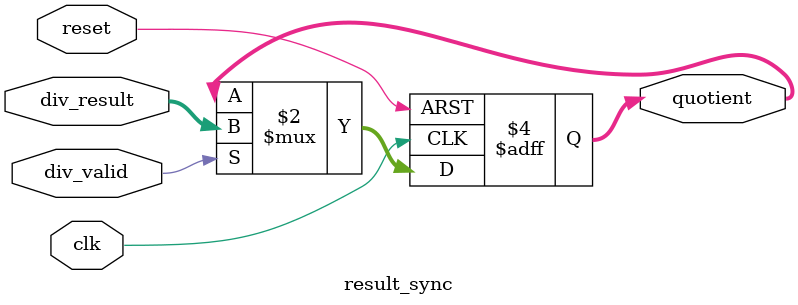
<source format=sv>
module sync_divider_4bit (
    input clk,
    input reset,
    input [3:0] a,
    input [3:0] b,
    output reg [3:0] quotient
);

    wire [3:0] div_result;
    wire div_valid;
    wire b_non_zero;

    // 除法计算子模块
    divider_core u_divider_core (
        .a(a),
        .b(b),
        .b_non_zero(b_non_zero),
        .result(div_result),
        .valid(div_valid)
    );

    // 结果同步子模块
    result_sync u_result_sync (
        .clk(clk),
        .reset(reset),
        .div_result(div_result),
        .div_valid(div_valid),
        .quotient(quotient)
    );

endmodule

module divider_core (
    input [3:0] a,
    input [3:0] b,
    output b_non_zero,
    output reg [3:0] result,
    output reg valid
);
    // 提前计算b是否为0
    assign b_non_zero = |b;

    // 预计算除法结果
    wire [3:0] temp_result = a / b;

    always @(*) begin
        if (b_non_zero) begin
            result = temp_result;
            valid = 1'b1;
        end else begin
            result = 4'b0;
            valid = 1'b0;
        end
    end
endmodule

module result_sync (
    input clk,
    input reset,
    input [3:0] div_result,
    input div_valid,
    output reg [3:0] quotient
);
    always @(posedge clk or posedge reset) begin
        if (reset)
            quotient <= 4'b0;
        else if (div_valid)
            quotient <= div_result;
    end
endmodule
</source>
